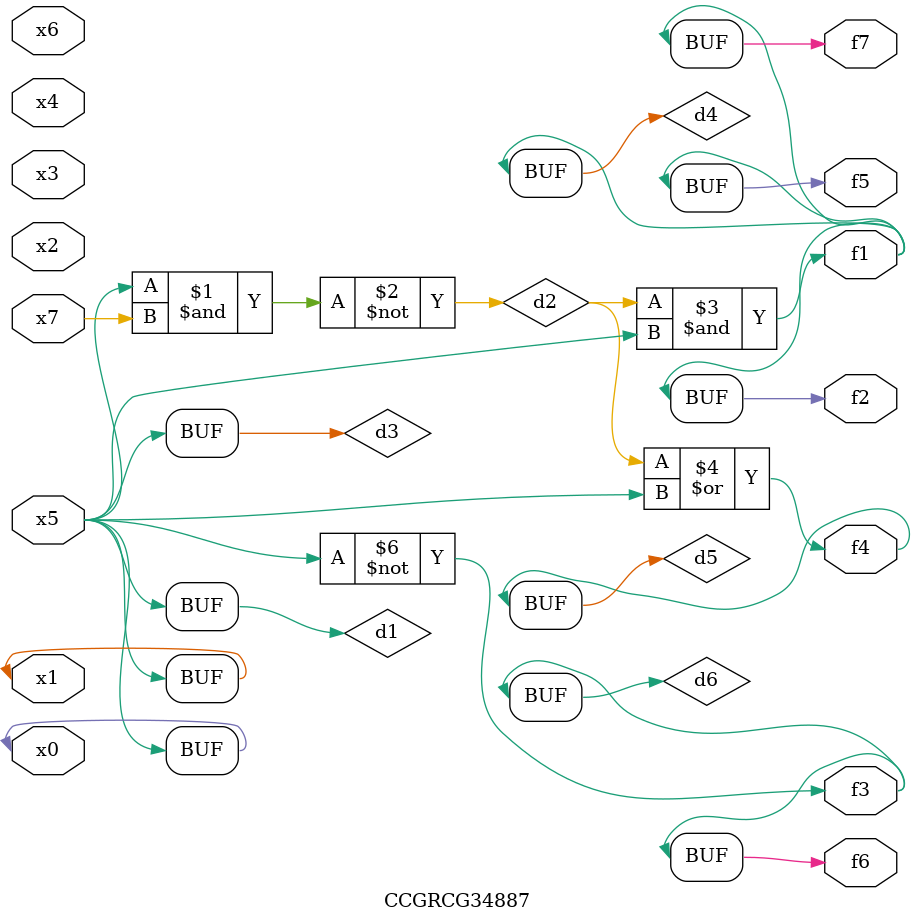
<source format=v>
module CCGRCG34887(
	input x0, x1, x2, x3, x4, x5, x6, x7,
	output f1, f2, f3, f4, f5, f6, f7
);

	wire d1, d2, d3, d4, d5, d6;

	buf (d1, x0, x5);
	nand (d2, x5, x7);
	buf (d3, x0, x1);
	and (d4, d2, d3);
	or (d5, d2, d3);
	nor (d6, d1, d3);
	assign f1 = d4;
	assign f2 = d4;
	assign f3 = d6;
	assign f4 = d5;
	assign f5 = d4;
	assign f6 = d6;
	assign f7 = d4;
endmodule

</source>
